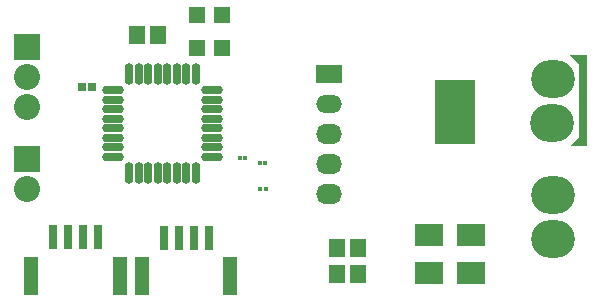
<source format=gts>
G04*
G04 #@! TF.GenerationSoftware,Altium Limited,Altium Designer,20.1.7 (139)*
G04*
G04 Layer_Color=8388736*
%FSLAX25Y25*%
%MOIN*%
G70*
G04*
G04 #@! TF.SameCoordinates,395A0049-4C10-4893-9831-33377791372B*
G04*
G04*
G04 #@! TF.FilePolarity,Negative*
G04*
G01*
G75*
%ADD20R,0.13583X0.21654*%
%ADD21R,0.02800X0.02800*%
%ADD22O,0.02965X0.07296*%
%ADD23O,0.07296X0.02965*%
%ADD24R,0.01378X0.01378*%
%ADD25R,0.05524X0.06312*%
%ADD26R,0.09300X0.07300*%
%ADD27R,0.04737X0.13005*%
%ADD28R,0.03162X0.08280*%
%ADD29R,0.05524X0.05524*%
%ADD30R,0.08674X0.08674*%
%ADD31C,0.08674*%
%ADD32O,0.14580X0.12611*%
%ADD33R,0.08674X0.06312*%
%ADD34O,0.08674X0.05918*%
%ADD35O,0.08674X0.06706*%
G36*
X290158Y180807D02*
X293209Y177756D01*
Y153445D01*
X290256Y150492D01*
X296063D01*
Y180807D01*
X290158D01*
D02*
G37*
D20*
X251870Y162008D02*
D03*
D21*
X127756Y170079D02*
D03*
X131056D02*
D03*
D22*
X143476Y174437D02*
D03*
X146626D02*
D03*
X149776D02*
D03*
X152925D02*
D03*
X156075D02*
D03*
X159224D02*
D03*
X162374D02*
D03*
X165524D02*
D03*
Y141563D02*
D03*
X162374D02*
D03*
X159224D02*
D03*
X156075D02*
D03*
X152925D02*
D03*
X149776D02*
D03*
X146626D02*
D03*
X143476D02*
D03*
D23*
X170937Y169024D02*
D03*
Y165874D02*
D03*
Y162724D02*
D03*
Y159575D02*
D03*
Y156425D02*
D03*
Y153276D02*
D03*
Y150126D02*
D03*
Y146976D02*
D03*
X138063D02*
D03*
Y150126D02*
D03*
Y153276D02*
D03*
Y156425D02*
D03*
Y159575D02*
D03*
Y162724D02*
D03*
Y165874D02*
D03*
Y169024D02*
D03*
D24*
X188878Y136122D02*
D03*
X187106D02*
D03*
X181988Y146457D02*
D03*
X180217D02*
D03*
X188681Y144783D02*
D03*
X186909D02*
D03*
D25*
X212598Y116535D02*
D03*
X219685D02*
D03*
X212598Y107874D02*
D03*
X219685D02*
D03*
X153150Y187402D02*
D03*
X146063D02*
D03*
D26*
X257480Y108219D02*
D03*
Y120719D02*
D03*
X243209Y108219D02*
D03*
Y120719D02*
D03*
D27*
X147765Y107087D02*
D03*
X177165D02*
D03*
X110774Y107279D02*
D03*
X140174D02*
D03*
D28*
X155102Y119887D02*
D03*
X160023D02*
D03*
X164944D02*
D03*
X169865D02*
D03*
X118110Y120079D02*
D03*
X123031D02*
D03*
X127953D02*
D03*
X132874D02*
D03*
D29*
X165945Y194095D02*
D03*
X174213D02*
D03*
X165945Y183071D02*
D03*
X174213D02*
D03*
D30*
X109449Y146063D02*
D03*
X109500Y183343D02*
D03*
D31*
X109449Y136221D02*
D03*
X109500Y173500D02*
D03*
Y163657D02*
D03*
D32*
X284446Y158292D02*
D03*
X284646Y172992D02*
D03*
X284747Y134228D02*
D03*
X284547Y119528D02*
D03*
D33*
X209842Y174488D02*
D03*
D34*
Y164488D02*
D03*
D35*
Y154488D02*
D03*
Y144488D02*
D03*
Y134488D02*
D03*
M02*

</source>
